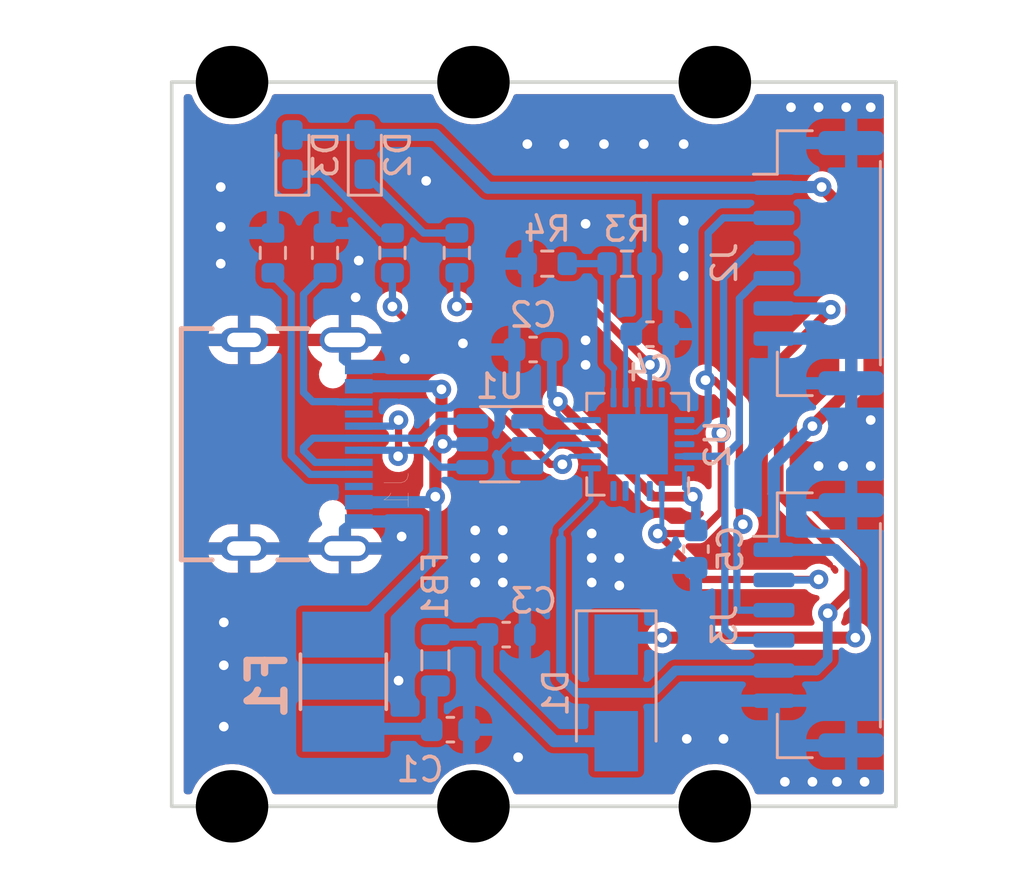
<source format=kicad_pcb>
(kicad_pcb (version 20210228) (generator pcbnew)
  (title_block (title "NAME") (date "%d. %m. %Y") (rev "REV") (company "Mlab www.mlab.cz") (comment 1 "VERSION") (comment 2 "Short description\\nTwo lines are maximum") (comment 3 "nickname <email@example.com>"))
  (layers (0 "F.Cu" signal) (31 "B.Cu" signal) (34 "B.Paste" user) (36 "B.SilkS" user "B.Silkscreen") (37 "F.SilkS" user "F.Silkscreen") (38 "B.Mask" user) (39 "F.Mask" user) (44 "Edge.Cuts" user))
  (net 0 "")
  (net 1 "GND")
  (net 2 "Net-(C1-Pad1)")
  (net 3 "Net-(C2-Pad1)")
  (net 4 "Net-(C3-Pad1)")
  (net 5 "/VBUS")
  (net 6 "Net-(J1-PadA5)")
  (net 7 "/D+")
  (net 8 "/D-")
  (net 10 "Net-(J1-PadB5)")
  (net 12 "/TXD")
  (net 13 "/RXD")
  (net 14 "/#RTS")
  (net 15 "/#CTS")
  (net 16 "/RXLED{slash}CBUS1")
  (net 17 "/TXLED{slash}CBUS2")
  (net 18 "/DM")
  (net 19 "/DP")
  (net 25 "Net-(R3-Pad2)")
  (net 26 "Net-(D3-Pad1)")
  (net 28 "+5V")
  (net 29 "Net-(D2-Pad1)")
  (footprint "Mlab_Mechanical:dira_3mm" (layer "F.Cu") (at 12.5 -30)
    (fp_text reference "M6" hide)
    (fp_text value "HOLE_TF" hide)
    (pad "" np_thru_hole circle locked (at 0 0) (size 3 3) (drill 3) (layers *.Mask))
  )
  (footprint "Mlab_Mechanical:dira_3mm" (layer "F.Cu") (at 22.5 0)
    (fp_text reference "M2" hide)
    (fp_text value "HOLE_TF" hide)
    (pad "" np_thru_hole circle locked (at 0 0) (size 3 3) (drill 3) (layers *.Mask))
  )
  (footprint "Mlab_Mechanical:dira_3mm" (layer "F.Cu") (at 2.5 0)
    (fp_text reference "M1" hide)
    (fp_text value "HOLE_TF" hide)
    (pad "" np_thru_hole circle locked (at 0 0) (size 3 3) (drill 3) (layers *.Mask))
  )
  (footprint "Mlab_Mechanical:dira_3mm" (layer "F.Cu") (at 22.5 -30)
    (fp_text reference "M5" hide)
    (fp_text value "HOLE_TF" hide)
    (pad "" np_thru_hole circle locked (at 0 0) (size 3 3) (drill 3) (layers *.Mask))
  )
  (footprint "Mlab_Mechanical:dira_3mm" (layer "F.Cu") (at 12.5 0)
    (fp_text reference "M4" hide)
    (fp_text value "HOLE_TF" hide)
    (pad "" np_thru_hole circle locked (at 0 0) (size 3 3) (drill 3) (layers *.Mask))
  )
  (footprint "Mlab_Mechanical:dira_3mm" (layer "F.Cu") (at 2.5 -30)
    (fp_text reference "M3" hide)
    (fp_text value "HOLE_TF" hide)
    (pad "" np_thru_hole circle locked (at 0 0) (size 3 3) (drill 3) (layers *.Mask))
  )
  (footprint "Diode_SMD:D_SMA" (layer "B.Cu") (at 18.415 -4.699 -90)
    (fp_text reference "D1" (at 0 2.5 90) (layer "B.SilkS") (effects (justify mirror)))
    (fp_text value "15MQ040N")
    (fp_line (start -3.4 -1.65) (end 2 -1.65) (layer "B.SilkS") (width 0.12))
    (fp_line (start -3.4 1.65) (end -3.4 -1.65) (layer "B.SilkS") (width 0.12))
    (fp_line (start -3.4 1.65) (end 2 1.65) (layer "B.SilkS") (width 0.12))
    (pad "1" smd rect locked (at -2 0 270) (size 2.5 1.8) (layers "B.Cu" "B.Paste" "B.Mask") (net 28 "+5V"))
    (pad "2" smd rect locked (at 2 0 270) (size 2.5 1.8) (layers "B.Cu" "B.Paste" "B.Mask") (net 4 "Net-(C3-Pad1)"))
  )
  (footprint "LED_SMD:LED_0603_1608Metric_Castellated" (layer "B.Cu") (at 5 -27 90)
    (fp_text reference "D3" (at 0 1.38 90) (layer "B.SilkS") (effects (justify mirror)))
    (fp_text value "GREEN")
    (fp_line (start -1.685 0.685) (end -1.685 -0.685) (layer "B.SilkS") (width 0.12))
    (fp_line (start 0.8 0.685) (end -1.685 0.685) (layer "B.SilkS") (width 0.12))
    (fp_line (start -1.685 -0.685) (end 0.8 -0.685) (layer "B.SilkS") (width 0.12))
    (pad "1" smd roundrect locked (at -0.8125 0 90) (size 1.225 0.85) (layers "B.Cu" "B.Paste" "B.Mask") (net 26 "Net-(D3-Pad1)"))
    (pad "2" smd roundrect locked (at 0.8125 0 90) (size 1.225 0.85) (layers "B.Cu" "B.Paste" "B.Mask") (net 28 "+5V"))
  )
  (footprint "Capacitor_SMD:C_0603_1608Metric" (layer "B.Cu") (at 21.717 -10.655 90)
    (fp_text reference "C5" (at 0 1.43 90) (layer "B.SilkS") (effects (justify mirror)))
    (fp_text value "100nF")
    (fp_line (start -0.14058 -0.51) (end 0.14058 -0.51) (layer "B.SilkS") (width 0.12))
    (fp_line (start -0.14058 0.51) (end 0.14058 0.51) (layer "B.SilkS") (width 0.12))
    (pad "1" smd roundrect locked (at -0.775 0 90) (size 0.9 0.95) (layers "B.Cu" "B.Paste" "B.Mask") (net 1 "GND"))
    (pad "2" smd roundrect locked (at 0.775 0 90) (size 0.9 0.95) (layers "B.Cu" "B.Paste" "B.Mask") (net 3 "Net-(C2-Pad1)"))
  )
  (footprint "Resistor_SMD:R_0603_1608Metric" (layer "B.Cu") (at 11.811 -22.924 -90)
    (fp_text reference "R5" hide)
    (fp_text value "270R")
    (fp_line (start -0.237258 -0.5225) (end 0.237258 -0.5225) (layer "B.SilkS") (width 0.12))
    (fp_line (start -0.237258 0.5225) (end 0.237258 0.5225) (layer "B.SilkS") (width 0.12))
    (pad "1" smd roundrect locked (at -0.825 0 270) (size 0.8 0.95) (layers "B.Cu" "B.Paste" "B.Mask") (net 29 "Net-(D2-Pad1)"))
    (pad "2" smd roundrect locked (at 0.825 0 270) (size 0.8 0.95) (layers "B.Cu" "B.Paste" "B.Mask") (net 16 "/RXLED{slash}CBUS1"))
  )
  (footprint "Resistor_SMD:R_0603_1608Metric" (layer "B.Cu") (at 9.144 -22.923 -90)
    (fp_text reference "R6" hide)
    (fp_text value "270R")
    (fp_line (start -0.237258 0.5225) (end 0.237258 0.5225) (layer "B.SilkS") (width 0.12))
    (fp_line (start -0.237258 -0.5225) (end 0.237258 -0.5225) (layer "B.SilkS") (width 0.12))
    (pad "1" smd roundrect locked (at -0.825 0 270) (size 0.8 0.95) (layers "B.Cu" "B.Paste" "B.Mask") (net 26 "Net-(D3-Pad1)"))
    (pad "2" smd roundrect locked (at 0.825 0 270) (size 0.8 0.95) (layers "B.Cu" "B.Paste" "B.Mask") (net 17 "/TXLED{slash}CBUS2"))
  )
  (footprint "Capacitor_SMD:C_0603_1608Metric" (layer "B.Cu") (at 14.973 -18.923 180)
    (fp_text reference "C2" (at 0 1.43) (layer "B.SilkS") (effects (justify mirror)))
    (fp_text value "100nF")
    (fp_line (start -0.14058 0.51) (end 0.14058 0.51) (layer "B.SilkS") (width 0.12))
    (fp_line (start -0.14058 -0.51) (end 0.14058 -0.51) (layer "B.SilkS") (width 0.12))
    (pad "1" smd roundrect locked (at -0.775 0 180) (size 0.9 0.95) (layers "B.Cu" "B.Paste" "B.Mask") (net 3 "Net-(C2-Pad1)"))
    (pad "2" smd roundrect locked (at 0.775 0 180) (size 0.9 0.95) (layers "B.Cu" "B.Paste" "B.Mask") (net 1 "GND"))
  )
  (footprint "Inductor_SMD:L_0805_2012Metric" (layer "B.Cu") (at 10.922 -6.0495 90)
    (fp_text reference "FB1" (at 3.0945 0 90) (layer "B.SilkS") (effects (justify mirror)))
    (fp_text value "BLM21PG300SN1D")
    (fp_line (start -0.399622 0.56) (end 0.399622 0.56) (layer "B.SilkS") (width 0.12))
    (fp_line (start -0.399622 -0.56) (end 0.399622 -0.56) (layer "B.SilkS") (width 0.12))
    (pad "1" smd roundrect locked (at -1.0625 0 90) (size 0.875 1.2) (layers "B.Cu" "B.Paste" "B.Mask") (net 2 "Net-(C1-Pad1)"))
    (pad "2" smd roundrect locked (at 1.0625 0 90) (size 0.875 1.2) (layers "B.Cu" "B.Paste" "B.Mask") (net 4 "Net-(C3-Pad1)"))
  )
  (footprint "Connector_JST:JST_GH_SM06B-GHS-TB_1x06-1MP_P1.25mm_Horizontal" (layer "B.Cu") (at 26.797 -22.5 -90)
    (fp_text reference "J2" (at 0 3.9 90) (layer "B.SilkS") (effects (justify mirror)))
    (fp_text value "SM06B-GHS-TB")
    (fp_line (start 5.485 0.26) (end 5.485 1.71) (layer "B.SilkS") (width 0.12))
    (fp_line (start 5.485 1.71) (end 3.685 1.71) (layer "B.SilkS") (width 0.12))
    (fp_line (start -5.485 1.71) (end -3.685 1.71) (layer "B.SilkS") (width 0.12))
    (fp_line (start -5.485 0.26) (end -5.485 1.71) (layer "B.SilkS") (width 0.12))
    (fp_line (start -4.215 -2.56) (end 4.215 -2.56) (layer "B.SilkS") (width 0.12))
    (fp_line (start -3.685 1.71) (end -3.685 2.7) (layer "B.SilkS") (width 0.12))
    (pad "1" smd roundrect locked (at -3.125 1.85 270) (size 0.6 1.7) (layers "B.Cu" "B.Paste" "B.Mask") (net 28 "+5V"))
    (pad "2" smd roundrect locked (at -1.875 1.85 270) (size 0.6 1.7) (layers "B.Cu" "B.Paste" "B.Mask") (net 12 "/TXD"))
    (pad "3" smd roundrect locked (at -0.625 1.85 270) (size 0.6 1.7) (layers "B.Cu" "B.Paste" "B.Mask") (net 13 "/RXD"))
    (pad "4" smd roundrect locked (at 0.625 1.85 270) (size 0.6 1.7) (layers "B.Cu" "B.Paste" "B.Mask") (net 14 "/#RTS"))
    (pad "5" smd roundrect locked (at 1.875 1.85 270) (size 0.6 1.7) (layers "B.Cu" "B.Paste" "B.Mask") (net 15 "/#CTS"))
    (pad "6" smd roundrect locked (at 3.125 1.85 270) (size 0.6 1.7) (layers "B.Cu" "B.Paste" "B.Mask") (net 1 "GND"))
    (pad "MP" smd roundrect locked (at -4.975 -1.35 270) (size 1 2.7) (layers "B.Cu" "B.Paste" "B.Mask") (net 1 "GND"))
    (pad "MP" smd roundrect locked (at 4.975 -1.35 270) (size 1 2.7) (layers "B.Cu" "B.Paste" "B.Mask") (net 1 "GND"))
  )
  (footprint "Package_DFN_QFN:QFN-20-1EP_4x4mm_P0.5mm_EP2.5x2.5mm" (layer "B.Cu") (at 19.304 -15 90)
    (fp_text reference "U2" (at 0 3.3 90) (layer "B.SilkS") (effects (justify mirror)))
    (fp_text value "FT231XQ")
    (fp_line (start 2.11 -2.11) (end 2.11 -1.385) (layer "B.SilkS") (width 0.12))
    (fp_line (start -1.385 -2.11) (end -2.11 -2.11) (layer "B.SilkS") (width 0.12))
    (fp_line (start 2.11 2.11) (end 2.11 1.385) (layer "B.SilkS") (width 0.12))
    (fp_line (start -1.385 2.11) (end -2.11 2.11) (layer "B.SilkS") (width 0.12))
    (fp_line (start 1.385 -2.11) (end 2.11 -2.11) (layer "B.SilkS") (width 0.12))
    (fp_line (start 1.385 2.11) (end 2.11 2.11) (layer "B.SilkS") (width 0.12))
    (fp_line (start -2.11 -2.11) (end -2.11 -1.385) (layer "B.SilkS") (width 0.12))
    (pad "1" smd roundrect locked (at -1.9375 1 90) (size 0.825 0.25) (layers "B.Cu" "B.Paste" "B.Mask") (net 13 "/RXD"))
    (pad "2" smd roundrect locked (at -1.9375 0.5 90) (size 0.825 0.25) (layers "B.Cu" "B.Paste" "B.Mask"))
    (pad "3" smd roundrect locked (at -1.9375 0 90) (size 0.825 0.25) (layers "B.Cu" "B.Paste" "B.Mask") (net 1 "GND"))
    (pad "4" smd roundrect locked (at -1.9375 -0.5 90) (size 0.825 0.25) (layers "B.Cu" "B.Paste" "B.Mask"))
    (pad "5" smd roundrect locked (at -1.9375 -1 90) (size 0.825 0.25) (layers "B.Cu" "B.Paste" "B.Mask"))
    (pad "6" smd roundrect locked (at -1 -1.9375 90) (size 0.25 0.825) (layers "B.Cu" "B.Paste" "B.Mask") (net 15 "/#CTS"))
    (pad "7" smd roundrect locked (at -0.5 -1.9375 90) (size 0.25 0.825) (layers "B.Cu" "B.Paste" "B.Mask") (net 17 "/TXLED{slash}CBUS2"))
    (pad "8" smd roundrect locked (at 0 -1.9375 90) (size 0.25 0.825) (layers "B.Cu" "B.Paste" "B.Mask") (net 19 "/DP"))
    (pad "9" smd roundrect locked (at 0.5 -1.9375 90) (size 0.25 0.825) (layers "B.Cu" "B.Paste" "B.Mask") (net 18 "/DM"))
    (pad "10" smd roundrect locked (at 1 -1.9375 90) (size 0.25 0.825) (layers "B.Cu" "B.Paste" "B.Mask") (net 3 "Net-(C2-Pad1)"))
    (pad "11" smd roundrect locked (at 1.9375 -1 90) (size 0.825 0.25) (layers "B.Cu" "B.Paste" "B.Mask") (net 25 "Net-(R3-Pad2)"))
    (pad "12" smd roundrect locked (at 1.9375 -0.5 90) (size 0.825 0.25) (layers "B.Cu" "B.Paste" "B.Mask") (net 28 "+5V"))
    (pad "13" smd roundrect locked (at 1.9375 0 90) (size 0.825 0.25) (layers "B.Cu" "B.Paste" "B.Mask") (net 1 "GND"))
    (pad "14" smd roundrect locked (at 1.9375 0.5 90) (size 0.825 0.25) (layers "B.Cu" "B.Paste" "B.Mask") (net 16 "/RXLED{slash}CBUS1"))
    (pad "15" smd roundrect locked (at 1.9375 1 90) (size 0.825 0.25) (layers "B.Cu" "B.Paste" "B.Mask"))
    (pad "16" smd roundrect locked (at 1 1.9375 90) (size 0.25 0.825) (layers "B.Cu" "B.Paste" "B.Mask"))
    (pad "17" smd roundrect locked (at 0.5 1.9375 90) (size 0.25 0.825) (layers "B.Cu" "B.Paste" "B.Mask") (net 12 "/TXD"))
    (pad "18" smd roundrect locked (at 0 1.9375 90) (size 0.25 0.825) (layers "B.Cu" "B.Paste" "B.Mask"))
    (pad "19" smd roundrect locked (at -0.5 1.9375 90) (size 0.25 0.825) (layers "B.Cu" "B.Paste" "B.Mask") (net 14 "/#RTS"))
    (pad "20" smd roundrect locked (at -1 1.9375 90) (size 0.25 0.825) (layers "B.Cu" "B.Paste" "B.Mask") (net 3 "Net-(C2-Pad1)"))
    (pad "21" smd rect locked (at 0 0 90) (size 2.5 2.5) (layers "B.Cu" "B.Mask") (net 1 "GND"))
  )
  (footprint "Resistor_SMD:R_0603_1608Metric" (layer "B.Cu") (at 6.35 -22.924 90)
    (fp_text reference "R2" hide)
    (fp_text value "5k1")
    (fp_line (start -0.237258 0.5225) (end 0.237258 0.5225) (layer "B.SilkS") (width 0.12))
    (fp_line (start -0.237258 -0.5225) (end 0.237258 -0.5225) (layer "B.SilkS") (width 0.12))
    (pad "1" smd roundrect locked (at -0.825 0 90) (size 0.8 0.95) (layers "B.Cu" "B.Paste" "B.Mask") (net 10 "Net-(J1-PadB5)"))
    (pad "2" smd roundrect locked (at 0.825 0 90) (size 0.8 0.95) (layers "B.Cu" "B.Paste" "B.Mask") (net 1 "GND"))
  )
  (footprint "Capacitor_SMD:C_0603_1608Metric" (layer "B.Cu") (at 11.544 -3.175)
    (fp_text reference "C1" (at -1.257 1.651) (layer "B.SilkS") (effects (justify mirror)))
    (fp_text value "10nF")
    (fp_line (start -0.14058 0.51) (end 0.14058 0.51) (layer "B.SilkS") (width 0.12))
    (fp_line (start -0.14058 -0.51) (end 0.14058 -0.51) (layer "B.SilkS") (width 0.12))
    (pad "1" smd roundrect locked (at -0.775 0) (size 0.9 0.95) (layers "B.Cu" "B.Paste" "B.Mask") (net 2 "Net-(C1-Pad1)"))
    (pad "2" smd roundrect locked (at 0.775 0) (size 0.9 0.95) (layers "B.Cu" "B.Paste" "B.Mask") (net 1 "GND"))
  )
  (footprint "Capacitor_SMD:C_0603_1608Metric" (layer "B.Cu") (at 13.856 -7.112)
    (fp_text reference "C3" (at 1.13 -1.397) (layer "B.SilkS") (effects (justify mirror)))
    (fp_text value "10uF")
    (fp_line (start -0.14058 0.51) (end 0.14058 0.51) (layer "B.SilkS") (width 0.12))
    (fp_line (start -0.14058 -0.51) (end 0.14058 -0.51) (layer "B.SilkS") (width 0.12))
    (pad "1" smd roundrect locked (at -0.775 0) (size 0.9 0.95) (layers "B.Cu" "B.Paste" "B.Mask") (net 4 "Net-(C3-Pad1)"))
    (pad "2" smd roundrect locked (at 0.775 0) (size 0.9 0.95) (layers "B.Cu" "B.Paste" "B.Mask") (net 1 "GND"))
  )
  (footprint "Mlab_F:1812" (layer "B.Cu") (at 7.112 -5.162 -90)
    (fp_text reference "F1" (at 0.13462 3.15468 -270) (layer "B.SilkS") (effects (font (size 1.524 1.524) (thickness 0.3048)) (justify mirror)))
    (fp_text value "Fuse" hide)
    (fp_line (start -1.143 -1.778) (end 1.143 -1.778) (layer "B.SilkS") (width 0.15))
    (fp_line (start -1.143 1.778) (end 1.143 1.778) (layer "B.SilkS") (width 0.15))
    (pad "1" smd rect locked (at -1.95 0 270) (size 1.9 3.4) (layers "B.Cu" "B.Paste" "B.Mask") (net 5 "/VBUS"))
    (pad "2" smd rect locked (at 1.95 0 270) (size 1.9 3.4) (layers "B.Cu" "B.Paste" "B.Mask") (net 2 "Net-(C1-Pad1)"))
  )
  (footprint "Mlab_CON:USBC GCT_USB4105-GF-A" (layer "B.Cu") (at 2.9972 -15 90)
    (fp_text reference "J1" (at -1.925 6.335 90) (layer "B.SilkS") (effects (font (thickness 0.015)) (justify mirror)))
    (fp_text value "USBC_USB4105-GF-A")
    (fp_line (start -4.79 -2.6) (end 4.79 -2.6) (layer "B.SilkS") (width 0.2))
    (fp_line (start 4.79 -2.6) (end 4.79 -1.32) (layer "B.SilkS") (width 0.2))
    (fp_line (start 4.79 2.65) (end 4.79 1.4) (layer "B.SilkS") (width 0.2))
    (fp_line (start -4.79 -1.32) (end -4.79 -2.6) (layer "B.SilkS") (width 0.2))
    (fp_line (start -4.79 2.65) (end -4.79 1.4) (layer "B.SilkS") (width 0.2))
    (pad "A1/B12" smd rect locked (at -3.2 4.755 90) (size 0.6 1.15) (layers "B.Cu" "B.Paste" "B.Mask") (net 1 "GND"))
    (pad "A4/B9" smd rect locked (at -2.4 4.755 90) (size 0.6 1.15) (layers "B.Cu" "B.Paste" "B.Mask") (net 5 "/VBUS"))
    (pad "A5" smd rect locked (at -1.25 4.755 90) (size 0.3 1.15) (layers "B.Cu" "B.Paste" "B.Mask") (net 6 "Net-(J1-PadA5)"))
    (pad "A6" smd rect locked (at -0.25 4.755 90) (size 0.3 1.15) (layers "B.Cu" "B.Paste" "B.Mask") (net 7 "/D+"))
    (pad "A7" smd rect locked (at 0.25 4.755 90) (size 0.3 1.15) (layers "B.Cu" "B.Paste" "B.Mask") (net 8 "/D-"))
    (pad "A8" smd rect locked (at 1.25 4.755 90) (size 0.3 1.15) (layers "B.Cu" "B.Paste" "B.Mask"))
    (pad "B1/A12" smd rect locked (at 3.2 4.755 90) (size 0.6 1.15) (layers "B.Cu" "B.Paste" "B.Mask") (net 1 "GND"))
    (pad "B4/A9" smd rect locked (at 2.4 4.755 90) (size 0.6 1.15) (layers "B.Cu" "B.Paste" "B.Mask") (net 5 "/VBUS"))
    (pad "B5" smd rect locked (at 1.75 4.755 90) (size 0.3 1.15) (layers "B.Cu" "B.Paste" "B.Mask") (net 10 "Net-(J1-PadB5)"))
    (pad "B6" smd rect locked (at 0.75 4.755 90) (size 0.3 1.15) (layers "B.Cu" "B.Paste" "B.Mask") (net 7 "/D+"))
    (pad "B7" smd rect locked (at -0.75 4.755 90) (size 0.3 1.15) (layers "B.Cu" "B.Paste" "B.Mask") (net 8 "/D-"))
    (pad "B8" smd rect locked (at -1.75 4.755 90) (size 0.3 1.15) (layers "B.Cu" "B.Paste" "B.Mask"))
    (pad "G1" thru_hole oval locked (at -4.32 0 90) (size 1 2) (drill oval 0.6 1.4) (layers *.Cu *.Mask) (net 1 "GND"))
    (pad "G2" thru_hole oval locked (at 4.32 0 90) (size 1 2) (drill oval 0.6 1.4) (layers *.Cu *.Mask) (net 1 "GND"))
    (pad "G3" thru_hole oval locked (at -4.32 4.18 90) (size 1.05 2.1) (drill oval 0.6 1.7) (layers *.Cu *.Mask) (net 1 "GND"))
    (pad "G4" thru_hole oval locked (at 4.32 4.18 90) (size 1.05 2.1) (drill oval 0.6 1.7) (layers *.Cu *.Mask) (net 1 "GND"))
    (pad "None" np_thru_hole circle locked (at 2.89 3.68 90) (size 0.65 0.65) (drill 0.65) (layers *.Cu *.Mask))
    (pad "None" np_thru_hole circle locked (at -2.89 3.68 90) (size 0.65 0.65) (drill 0.65) (layers *.Cu *.Mask))
  )
  (footprint "Package_TO_SOT_SMD:SOT-23-6" (layer "B.Cu") (at 13.589 -15 180)
    (fp_text reference "U1" (at 0 2.4) (layer "B.SilkS") (effects (justify mirror)))
    (fp_text value "USBLC6-2SC6")
    (fp_line (start 0 1.56) (end 0.8 1.56) (layer "B.SilkS") (width 0.12))
    (fp_line (start 0 -1.56) (end 0.8 -1.56) (layer "B.SilkS") (width 0.12))
    (fp_line (start 0 -1.56) (end -0.8 -1.56) (layer "B.SilkS") (width 0.12))
    (fp_line (start 0 1.56) (end -1.8 1.56) (layer "B.SilkS") (width 0.12))
    (pad "1" smd roundrect locked (at -1.1375 0.95 180) (size 1.325 0.6) (layers "B.Cu" "B.Paste" "B.Mask") (net 18 "/DM"))
    (pad "2" smd roundrect locked (at -1.1375 0 180) (size 1.325 0.6) (layers "B.Cu" "B.Paste" "B.Mask") (net 1 "GND"))
    (pad "3" smd roundrect locked (at -1.1375 -0.95 180) (size 1.325 0.6) (layers "B.Cu" "B.Paste" "B.Mask") (net 19 "/DP"))
    (pad "4" smd roundrect locked (at 1.1375 -0.95 180) (size 1.325 0.6) (layers "B.Cu" "B.Paste" "B.Mask") (net 7 "/D+"))
    (pad "5" smd roundrect locked (at 1.1375 0 180) (size 1.325 0.6) (layers "B.Cu" "B.Paste" "B.Mask") (net 5 "/VBUS"))
    (pad "6" smd roundrect locked (at 1.1375 0.95 180) (size 1.325 0.6) (layers "B.Cu" "B.Paste" "B.Mask") (net 8 "/D-"))
  )
  (footprint "Resistor_SMD:R_0603_1608Metric" (layer "B.Cu") (at 4.191 -22.924 90)
    (fp_text reference "R1" hide)
    (fp_text value "5k1")
    (fp_line (start -0.237258 -0.5225) (end 0.237258 -0.5225) (layer "B.SilkS") (width 0.12))
    (fp_line (start -0.237258 0.5225) (end 0.237258 0.5225) (layer "B.SilkS") (width 0.12))
    (pad "1" smd roundrect locked (at -0.825 0 90) (size 0.8 0.95) (layers "B.Cu" "B.Paste" "B.Mask") (net 6 "Net-(J1-PadA5)"))
    (pad "2" smd roundrect locked (at 0.825 0 90) (size 0.8 0.95) (layers "B.Cu" "B.Paste" "B.Mask") (net 1 "GND"))
  )
  (footprint "Capacitor_SMD:C_0603_1608Metric" (layer "B.Cu") (at 19.812 -19.558)
    (fp_text reference "C4" (at 0 1.43) (layer "B.SilkS") (effects (justify mirror)))
    (fp_text value "100nF")
    (fp_line (start -0.14058 -0.51) (end 0.14058 -0.51) (layer "B.SilkS") (width 0.12))
    (fp_line (start -0.14058 0.51) (end 0.14058 0.51) (layer "B.SilkS") (width 0.12))
    (pad "1" smd roundrect locked (at -0.775 0) (size 0.9 0.95) (layers "B.Cu" "B.Paste" "B.Mask") (net 28 "+5V"))
    (pad "2" smd roundrect locked (at 0.775 0) (size 0.9 0.95) (layers "B.Cu" "B.Paste" "B.Mask") (net 1 "GND"))
  )
  (footprint "Resistor_SMD:R_0603_1608Metric" (layer "B.Cu") (at 18.86 -22.479 180)
    (fp_text reference "R3" (at 0 1.43) (layer "B.SilkS") (effects (justify mirror)))
    (fp_text value "4k7")
    (fp_line (start -0.237258 -0.5225) (end 0.237258 -0.5225) (layer "B.SilkS") (width 0.12))
    (fp_line (start -0.237258 0.5225) (end 0.237258 0.5225) (layer "B.SilkS") (width 0.12))
    (pad "1" smd roundrect locked (at -0.825 0 180) (size 0.8 0.95) (layers "B.Cu" "B.Paste" "B.Mask") (net 28 "+5V"))
    (pad "2" smd roundrect locked (at 0.825 0 180) (size 0.8 0.95) (layers "B.Cu" "B.Paste" "B.Mask") (net 25 "Net-(R3-Pad2)"))
  )
  (footprint "LED_SMD:LED_0603_1608Metric_Castellated" (layer "B.Cu") (at 8 -27 90)
    (fp_text reference "D2" (at 0 1.38 90) (layer "B.SilkS") (effects (justify mirror)))
    (fp_text value "RED")
    (fp_line (start -1.685 0.685) (end -1.685 -0.685) (layer "B.SilkS") (width 0.12))
    (fp_line (start 0.8 0.685) (end -1.685 0.685) (layer "B.SilkS") (width 0.12))
    (fp_line (start -1.685 -0.685) (end 0.8 -0.685) (layer "B.SilkS") (width 0.12))
    (pad "1" smd roundrect locked (at -0.8125 0 90) (size 1.225 0.85) (layers "B.Cu" "B.Paste" "B.Mask") (net 29 "Net-(D2-Pad1)"))
    (pad "2" smd roundrect locked (at 0.8125 0 90) (size 1.225 0.85) (layers "B.Cu" "B.Paste" "B.Mask") (net 28 "+5V"))
  )
  (footprint "Connector_JST:JST_GH_SM06B-GHS-TB_1x06-1MP_P1.25mm_Horizontal" (layer "B.Cu") (at 26.797 -7.5 -90)
    (fp_text reference "J3" (at 0 3.9 90) (layer "B.SilkS") (effects (justify mirror)))
    (fp_text value "SM06B-GHS-TB")
    (fp_line (start 5.485 0.26) (end 5.485 1.71) (layer "B.SilkS") (width 0.12))
    (fp_line (start -5.485 0.26) (end -5.485 1.71) (layer "B.SilkS") (width 0.12))
    (fp_line (start -4.215 -2.56) (end 4.215 -2.56) (layer "B.SilkS") (width 0.12))
    (fp_line (start -5.485 1.71) (end -3.685 1.71) (layer "B.SilkS") (width 0.12))
    (fp_line (start -3.685 1.71) (end -3.685 2.7) (layer "B.SilkS") (width 0.12))
    (fp_line (start 5.485 1.71) (end 3.685 1.71) (layer "B.SilkS") (width 0.12))
    (pad "1" smd roundrect locked (at -3.125 1.85 270) (size 0.6 1.7) (layers "B.Cu" "B.Paste" "B.Mask") (net 28 "+5V"))
    (pad "2" smd roundrect locked (at -1.875 1.85 270) (size 0.6 1.7) (layers "B.Cu" "B.Paste" "B.Mask") (net 13 "/RXD"))
    (pad "3" smd roundrect locked (at -0.625 1.85 270) (size 0.6 1.7) (layers "B.Cu" "B.Paste" "B.Mask") (net 12 "/TXD"))
    (pad "4" smd roundrect locked (at 0.625 1.85 270) (size 0.6 1.7) (layers "B.Cu" "B.Paste" "B.Mask") (net 14 "/#RTS"))
    (pad "5" smd roundrect locked (at 1.875 1.85 270) (size 0.6 1.7) (layers "B.Cu" "B.Paste" "B.Mask") (net 15 "/#CTS"))
    (pad "6" smd roundrect locked (at 3.125 1.85 270) (size 0.6 1.7) (layers "B.Cu" "B.Paste" "B.Mask") (net 1 "GND"))
    (pad "MP" smd roundrect locked (at -4.975 -1.35 270) (size 1 2.7) (layers "B.Cu" "B.Paste" "B.Mask") (net 1 "GND"))
    (pad "MP" smd roundrect locked (at 4.975 -1.35 270) (size 1 2.7) (layers "B.Cu" "B.Paste" "B.Mask") (net 1 "GND"))
  )
  (footprint "Resistor_SMD:R_0603_1608Metric" (layer "B.Cu") (at 15.558 -22.479 180)
    (fp_text reference "R4" (at 0 1.43) (layer "B.SilkS") (effects (justify mirror)))
    (fp_text value "10k")
    (fp_line (start -0.237258 0.5225) (end 0.237258 0.5225) (layer "B.SilkS") (width 0.12))
    (fp_line (start -0.237258 -0.5225) (end 0.237258 -0.5225) (layer "B.SilkS") (width 0.12))
    (pad "1" smd roundrect locked (at -0.825 0 180) (size 0.8 0.95) (layers "B.Cu" "B.Paste" "B.Mask") (net 25 "Net-(R3-Pad2)"))
    (pad "2" smd roundrect locked (at 0.825 0 180) (size 0.8 0.95) (layers "B.Cu" "B.Paste" "B.Mask") (net 1 "GND"))
  )
  (gr_line (start 0 -30) (end 0 0) (layer "Edge.Cuts") (width 0.15))
  (gr_line (start 30 0) (end 30 -30) (layer "Edge.Cuts") (width 0.15))
  (gr_line (start 0 0) (end 30 0) (layer "Edge.Cuts") (width 0.15))
  (gr_line (start 30 -30) (end 0 -30) (layer "Edge.Cuts") (width 0.15))
  (via (at 12.573 -11.43) (size 0.8) (drill 0.4) (layers "F.Cu" "B.Cu") (net 1))
  (via (at 16.256 -27.432) (size 0.8) (drill 0.4) (layers "F.Cu" "B.Cu") (net 1))
  (via (at 26.797 -28.956) (size 0.8) (drill 0.4) (layers "F.Cu" "B.Cu") (net 1))
  (via (at 2.032 -25.654) (size 0.8) (drill 0.4) (layers "F.Cu" "B.Cu") (net 1))
  (via (at 13.716 -10.287) (size 0.8) (drill 0.4) (layers "F.Cu" "B.Cu") (net 1))
  (via (at 12.573 -9.271) (size 0.8) (drill 0.4) (layers "F.Cu" "B.Cu") (net 1))
  (via (at 27.813 -14.097) (size 0.8) (drill 0.4) (layers "F.Cu" "B.Cu") (net 1))
  (via (at 22.86 -2.794) (size 0.8) (drill 0.4) (layers "F.Cu" "B.Cu") (net 1))
  (via (at 7.62 -21.082) (size 0.8) (drill 0.4) (layers "F.Cu" "B.Cu") (net 1))
  (via (at 19.558 -27.432) (size 0.8) (drill 0.4) (layers "F.Cu" "B.Cu") (net 1))
  (via (at 27.559 -1.016) (size 0.8) (drill 0.4) (layers "F.Cu" "B.Cu") (net 1))
  (via (at 27.94 -28.956) (size 0.8) (drill 0.4) (layers "F.Cu" "B.Cu") (net 1))
  (via (at 17.399 -9.271) (size 0.8) (drill 0.4) (layers "F.Cu" "B.Cu") (net 1))
  (via (at 13.716 -11.43) (size 0.8) (drill 0.4) (layers "F.Cu" "B.Cu") (net 1))
  (via (at 2.159 -3.302) (size 0.8) (drill 0.4) (layers "F.Cu" "B.Cu") (net 1))
  (via (at 17.399 -11.303) (size 0.8) (drill 0.4) (layers "F.Cu" "B.Cu") (net 1))
  (via (at 28.956 -28.956) (size 0.8) (drill 0.4) (layers "F.Cu" "B.Cu") (net 1))
  (via (at 2.159 -7.62) (size 0.8) (drill 0.4) (layers "F.Cu" "B.Cu") (net 1))
  (via (at 26.797 -14.097) (size 0.8) (drill 0.4) (layers "F.Cu" "B.Cu") (net 1))
  (via (at 9.652 -18.542) (size 0.8) (drill 0.4) (layers "F.Cu" "B.Cu") (net 1))
  (via (at 2.032 -22.479) (size 0.8) (drill 0.4) (layers "F.Cu" "B.Cu") (net 1))
  (via (at 12.573 -10.287) (size 0.8) (drill 0.4) (layers "F.Cu" "B.Cu") (net 1))
  (via (at 12.065 -19.177) (size 0.8) (drill 0.4) (layers "F.Cu" "B.Cu") (net 1))
  (via (at 28.956 -14.097) (size 0.8) (drill 0.4) (layers "F.Cu" "B.Cu") (net 1))
  (via (at 21.209 -27.432) (size 0.8) (drill 0.4) (layers "F.Cu" "B.Cu") (net 1))
  (via (at 21.336 -2.794) (size 0.8) (drill 0.4) (layers "F.Cu" "B.Cu") (net 1))
  (via (at 9.525 -11.176) (size 0.8) (drill 0.4) (layers "F.Cu" "B.Cu") (net 1))
  (via (at 17.399 -10.287) (size 0.8) (drill 0.4) (layers "F.Cu" "B.Cu") (net 1))
  (via (at 10.541 -25.908) (size 0.8) (drill 0.4) (layers "F.Cu" "B.Cu") (net 1))
  (via (at 21.209 -23.114) (size 0.8) (drill 0.4) (layers "F.Cu" "B.Cu") (net 1))
  (via (at 28.956 -16.002) (size 0.8) (drill 0.4) (layers "F.Cu" "B.Cu") (net 1))
  (via (at 21.209 -21.971) (size 0.8) (drill 0.4) (layers "F.Cu" "B.Cu") (net 1))
  (via (at 21.209 -24.257) (size 0.8) (drill 0.4) (layers "F.Cu" "B.Cu") (net 1))
  (via (at 25.4 -1.016) (size 0.8) (drill 0.4) (layers "F.Cu" "B.Cu") (net 1))
  (via (at 9.398 -5.207) (size 0.8) (drill 0.4) (layers "F.Cu" "B.Cu") (net 1))
  (via (at 17.907 -27.432) (size 0.8) (drill 0.4) (layers "F.Cu" "B.Cu") (net 1))
  (via (at 2.159 -5.842) (size 0.8) (drill 0.4) (layers "F.Cu" "B.Cu") (net 1))
  (via (at 18.542 -9.144) (size 0.8) (drill 0.4) (layers "F.Cu" "B.Cu") (net 1))
  (via (at 14.351 -2.032) (size 0.8) (drill 0.4) (layers "F.Cu" "B.Cu") (net 1))
  (via (at 13.716 -9.271) (size 0.8) (drill 0.4) (layers "F.Cu" "B.Cu") (net 1))
  (via (at 2.032 -24.003) (size 0.8) (drill 0.4) (layers "F.Cu" "B.Cu") (net 1))
  (via (at 17.145 -19.304) (size 0.8) (drill 0.4) (layers "F.Cu" "B.Cu") (net 1))
  (via (at 17.145 -24.13) (size 0.8) (drill 0.4) (layers "F.Cu" "B.Cu") (net 1))
  (via (at 14.732 -27.432) (size 0.8) (drill 0.4) (layers "F.Cu" "B.Cu") (net 1))
  (via (at 26.543 -1.016) (size 0.8) (drill 0.4) (layers "F.Cu" "B.Cu") (net 1))
  (via (at 25.654 -28.956) (size 0.8) (drill 0.4) (layers "F.Cu" "B.Cu") (net 1))
  (via (at 18.542 -10.287) (size 0.8) (drill 0.4) (layers "F.Cu" "B.Cu") (net 1))
  (via (at 28.702 -1.016) (size 0.8) (drill 0.4) (layers "F.Cu" "B.Cu") (net 1))
  (via (at 7.747 -22.606) (size 0.8) (drill 0.4) (layers "F.Cu" "B.Cu") (net 1))
  (via (at 17.145 -18.288) (size 0.8) (drill 0.4) (layers "F.Cu" "B.Cu") (net 1))
  (segment (start 13.984 -15) (end 13.589 -14.605) (width 0.2) (layer "B.Cu") (net 1))
  (segment (start 19.304 -11.938) (end 18.669 -11.303) (width 0.2) (layer "B.Cu") (net 1))
  (segment (start 19.304 -13.0625) (end 19.304 -15) (width 0.2) (layer "B.Cu") (net 1))
  (segment (start 18.669 -11.303) (end 17.399 -11.303) (width 0.2) (layer "B.Cu") (net 1))
  (segment (start 13.589 -14.605) (end 13.589 -11.557) (width 0.2) (layer "B.Cu") (net 1))
  (segment (start 13.589 -11.557) (end 13.716 -11.43) (width 0.2) (layer "B.Cu") (net 1))
  (segment (start 19.304 -15) (end 19.304 -16.9375) (width 0.2) (layer "B.Cu") (net 1))
  (segment (start 19.304 -16.764) (end 19.304 -16.9375) (width 0.2) (layer "B.Cu") (net 1))
  (segment (start 19.304 -13.0625) (end 19.304 -11.938) (width 0.2) (layer "B.Cu") (net 1))
  (segment (start 14.7265 -15) (end 13.984 -15) (width 0.2) (layer "B.Cu") (net 1))
  (segment (start 10.769 -3.175) (end 10.769 -4.834) (width 0.5) (layer "B.Cu") (net 2))
  (segment (start 7.112 -3.212) (end 10.732 -3.212) (width 0.5) (layer "B.Cu") (net 2))
  (segment (start 10.769 -4.834) (end 10.922 -4.987) (width 0.5) (layer "B.Cu") (net 2))
  (segment (start 10.732 -3.212) (end 10.769 -3.175) (width 0.5) (layer "B.Cu") (net 2))
  (segment (start 19.939 -12.827) (end 21.59 -12.827) (width 0.4) (layer "F.Cu") (net 3))
  (segment (start 16.002 -16.764) (end 19.939 -12.827) (width 0.4) (layer "F.Cu") (net 3))
  (via (at 16.002 -16.764) (size 0.8) (drill 0.4) (layers "F.Cu" "B.Cu") (net 3))
  (via (at 21.59 -12.827) (size 0.8) (drill 0.4) (layers "F.Cu" "B.Cu") (net 3))
  (segment (start 21.2415 -13.1755) (end 21.59 -12.827) (width 0.2) (layer "B.Cu") (net 3))
  (segment (start 15.748 -18.923) (end 15.748 -17.018) (width 0.4) (layer "B.Cu") (net 3))
  (segment (start 15.748 -17.018) (end 16.002 -16.764) (width 0.4) (layer "B.Cu") (net 3))
  (segment (start 21.717 -11.43) (end 21.717 -12.7) (width 0.4) (layer "B.Cu") (net 3))
  (segment (start 16.002 -16.256) (end 16.002 -16.764) (width 0.2) (layer "B.Cu") (net 3))
  (segment (start 21.717 -12.7) (end 21.59 -12.827) (width 0.4) (layer "B.Cu") (net 3))
  (segment (start 21.2415 -14) (end 21.2415 -13.1755) (width 0.2) (layer "B.Cu") (net 3))
  (segment (start 16.258 -16) (end 16.002 -16.256) (width 0.2) (layer "B.Cu") (net 3))
  (segment (start 17.3665 -16) (end 16.258 -16) (width 0.2) (layer "B.Cu") (net 3))
  (segment (start 13.081 -5.461) (end 13.081 -7.112) (width 0.5) (layer "B.Cu") (net 4))
  (segment (start 15.843 -2.699) (end 13.081 -5.461) (width 0.5) (layer "B.Cu") (net 4))
  (segment (start 18.415 -2.699) (end 15.843 -2.699) (width 0.5) (layer "B.Cu") (net 4))
  (segment (start 10.922 -7.112) (end 13.081 -7.112) (width 0.5) (layer "B.Cu") (net 4))
  (segment (start 10.922 -12.827) (end 10.922 -14.708046) (width 0.5) (layer "F.Cu") (net 5))
  (segment (start 11.176 -17.272) (end 11.176 -15.065954) (width 0.5) (layer "F.Cu") (net 5))
  (segment (start 10.922 -14.708046) (end 11.227954 -15.014) (width 0.5) (layer "F.Cu") (net 5))
  (segment (start 11.176 -15.065954) (end 11.227954 -15.014) (width 0.5) (layer "F.Cu") (net 5))
  (via (at 10.922 -12.827) (size 0.8) (drill 0.4) (layers "F.Cu" "B.Cu") (net 5))
  (via (at 11.227954 -15.014) (size 0.8) (drill 0.4) (layers "F.Cu" "B.Cu") (net 5))
  (via (at 11.176 -17.272) (size 0.8) (drill 0.4) (layers "F.Cu" "B.Cu") (net 5))
  (segment (start 8.1418 -7.1374) (end 8.1418 -7.6338) (width 0.5) (layer "B.Cu") (net 5))
  (segment (start 10.695 -12.6) (end 10.922 -12.827) (width 0.5) (layer "B.Cu") (net 5))
  (segment (start 12.4515 -15) (end 11.241954 -15) (width 0.3) (layer "B.Cu") (net 5))
  (segment (start 8.1418 -7.6338) (end 10.922 -10.414) (width 0.5) (layer "B.Cu") (net 5))
  (segment (start 11.241954 -15) (end 11.227954 -15.014) (width 0.3) (layer "B.Cu") (net 5))
  (segment (start 7.7522 -12.6) (end 10.695 -12.6) (width 0.5) (layer "B.Cu") (net 5))
  (segment (start 7.7522 -17.4) (end 11.048 -17.4) (width 0.5) (layer "B.Cu") (net 5))
  (segment (start 10.922 -10.414) (end 10.922 -12.827) (width 0.5) (layer "B.Cu") (net 5))
  (segment (start 11.048 -17.4) (end 11.176 -17.272) (width 0.5) (layer "B.Cu") (net 5))
  (segment (start 4.953 -21.209) (end 4.953 -14.533572) (width 0.3) (layer "B.Cu") (net 6))
  (segment (start 4.191 -21.971) (end 4.953 -21.209) (width 0.3) (layer "B.Cu") (net 6))
  (segment (start 4.191 -22.099) (end 4.191 -21.971) (width 0.3) (layer "B.Cu") (net 6))
  (segment (start 4.34672 -21.94328) (end 4.191 -22.099) (width 0.3) (layer "B.Cu") (net 6))
  (segment (start 4.953 -14.533572) (end 5.736572 -13.75) (width 0.3) (layer "B.Cu") (net 6))
  (segment (start 5.736572 -13.75) (end 7.7522 -13.75) (width 0.3) (layer "B.Cu") (net 6))
  (segment (start 9.398 -15.9995) (end 9.398 -14.5185) (width 0.3) (layer "F.Cu") (net 7))
  (segment (start 9.398 -14.5185) (end 9.38 -14.5005) (width 0.3) (layer "F.Cu") (net 7))
  (via (at 9.398 -15.9995) (size 0.8) (drill 0.4) (layers "F.Cu" "B.Cu") (net 7))
  (via (at 9.38 -14.5005) (size 0.8) (drill 0.4) (layers "F.Cu" "B.Cu") (net 7))
  (segment (start 7.7522 -15.75) (end 9.1485 -15.75) (width 0.3) (layer "B.Cu") (net 7))
  (segment (start 7.7522 -14.75) (end 9.416 -14.75) (width 0.3) (layer "B.Cu") (net 7))
  (segment (start 12.4515 -14.05) (end 11.132 -14.05) (width 0.3) (layer "B.Cu") (net 7))
  (segment (start 9.38 -14.5005) (end 9.38 -14.714) (width 0.3) (layer "B.Cu") (net 7))
  (segment (start 9.416 -14.75) (end 10.432 -14.75) (width 0.3) (layer "B.Cu") (net 7))
  (segment (start 11.132 -14.05) (end 10.432 -14.75) (width 0.3) (layer "B.Cu") (net 7))
  (segment (start 9.38 -14.714) (end 9.416 -14.75) (width 0.3) (layer "B.Cu") (net 7))
  (segment (start 9.1485 -15.75) (end 9.398 -15.9995) (width 0.3) (layer "B.Cu") (net 7))
  (segment (start 11.999 -15.809) (end 12.4515 -15.809) (width 0.3) (layer "B.Cu") (net 8))
  (segment (start 5.943 -14.25) (end 5.461 -14.732) (width 0.3) (layer "B.Cu") (net 8))
  (segment (start 5.852 -15.25) (end 5.461 -14.859) (width 0.3) (layer "B.Cu") (net 8))
  (segment (start 11.104 -15.95) (end 10.404 -15.25) (width 0.3) (layer "B.Cu") (net 8))
  (segment (start 12.4515 -15.95) (end 11.104 -15.95) (width 0.3) (layer "B.Cu") (net 8))
  (segment (start 5.461 -14.732) (end 5.461 -14.859) (width 0.3) (layer "B.Cu") (net 8))
  (segment (start 7.7522 -15.25) (end 10.404 -15.25) (width 0.3) (layer "B.Cu") (net 8))
  (segment (start 7.7522 -15.25) (end 5.852 -15.25) (width 0.3) (layer "B.Cu") (net 8))
  (segment (start 7.7522 -14.25) (end 5.943 -14.25) (width 0.3) (layer "B.Cu") (net 8))
  (segment (start 5.461 -17.145) (end 5.842 -16.764) (width 0.3) (layer "B.Cu") (net 10))
  (segment (start 7.7522 -16.75) (end 6.8772 -16.75) (width 0.3) (layer "B.Cu") (net 10))
  (segment (start 6.8632 -16.764) (end 5.842 -16.764) (width 0.3) (layer "B.Cu") (net 10))
  (segment (start 5.461 -21.21) (end 5.461 -17.145) (width 0.3) (layer "B.Cu") (net 10))
  (segment (start 6.8772 -16.75) (end 6.8632 -16.764) (width 0.3) (layer "B.Cu") (net 10))
  (segment (start 6.35 -22.099) (end 5.461 -21.21) (width 0.3) (layer "B.Cu") (net 10))
  (segment (start 22.479 -17.653) (end 23.495 -16.637) (width 0.3) (layer "F.Cu") (net 12))
  (segment (start 23.515424 -11.830834) (end 23.662258 -11.684) (width 0.3) (layer "F.Cu") (net 12))
  (segment (start 23.495 -16.637) (end 23.515424 -16.616576) (width 0.3) (layer "F.Cu") (net 12))
  (segment (start 22.1105 -17.653) (end 22.479 -17.653) (width 0.3) (layer "F.Cu") (net 12))
  (segment (start 23.515424 -16.616576) (end 23.515424 -11.830834) (width 0.3) (layer "F.Cu") (net 12))
  (via (at 22.1105 -17.653) (size 0.8) (drill 0.4) (layers "F.Cu" "B.Cu") (net 12))
  (via (at 23.662258 -11.684) (size 0.8) (drill 0.4) (layers "F.Cu" "B.Cu") (net 12))
  (segment (start 22.225 -17.145) (end 22.225 -17.5385) (width 0.3) (layer "B.Cu") (net 12))
  (segment (start 23.412278 -11.43402) (end 23.662258 -11.684) (width 0.3) (layer "B.Cu") (net 12))
  (segment (start 22.225 -15.981242) (end 22.225 -17.145) (width 0.3) (layer "B.Cu") (net 12))
  (segment (start 22.225 -23.749) (end 22.851 -24.375) (width 0.3) (layer "B.Cu") (net 12))
  (segment (start 22.225 -17.5385) (end 22.1105 -17.653) (width 0.3) (layer "B.Cu") (net 12))
  (segment (start 23.498 -8.125) (end 23.412278 -8.210722) (width 0.3) (layer "B.Cu") (net 12))
  (segment (start 22.225 -17.145) (end 22.225 -23.749) (width 0.3) (layer "B.Cu") (net 12))
  (segment (start 21.743758 -15.5) (end 22.225 -15.981242) (width 0.2) (layer "B.Cu") (net 12))
  (segment (start 23.412278 -8.210722) (end 23.412278 -11.43402) (width 0.3) (layer "B.Cu") (net 12))
  (segment (start 24.947 -8.125) (end 23.498 -8.125) (width 0.3) (layer "B.Cu") (net 12))
  (segment (start 21.2415 -15.5) (end 21.743758 -15.5) (width 0.2) (layer "B.Cu") (net 12))
  (segment (start 22.851 -24.375) (end 24.947 -24.375) (width 0.3) (layer "B.Cu") (net 12))
  (segment (start 22.03454 -9.398) (end 20.1345 -11.29804) (width 0.3) (layer "F.Cu") (net 13))
  (segment (start 22.765913 -15.462432) (end 22.765913 -12.224913) (width 0.3) (layer "F.Cu") (net 13))
  (segment (start 21.83904 -11.29804) (end 20.1345 -11.29804) (width 0.3) (layer "F.Cu") (net 13))
  (segment (start 26.797 -9.398) (end 22.03454 -9.398) (width 0.3) (layer "F.Cu") (net 13))
  (segment (start 22.765913 -12.224913) (end 21.83904 -11.29804) (width 0.3) (layer "F.Cu") (net 13))
  (via (at 26.797 -9.398) (size 0.8) (drill 0.4) (layers "F.Cu" "B.Cu") (net 13))
  (via (at 22.765913 -15.462432) (size 0.8) (drill 0.4) (layers "F.Cu" "B.Cu") (net 13))
  (via (at 20.1345 -11.29804) (size 0.8) (drill 0.4) (layers "F.Cu" "B.Cu") (net 13))
  (segment (start 24.947 -9.375) (end 26.774 -9.375) (width 0.3) (layer "B.Cu") (net 13))
  (segment (start 20.304 -11.46754) (end 20.1345 -11.29804) (width 0.2) (layer "B.Cu") (net 13))
  (segment (start 22.86 -16.129) (end 22.86 -15.556519) (width 0.3) (layer "B.Cu") (net 13))
  (segment (start 20.304 -13.0625) (end 20.304 -11.46754) (width 0.2) (layer "B.Cu") (net 13))
  (segment (start 26.774 -9.375) (end 26.797 -9.398) (width 0.3) (layer "B.Cu") (net 13))
  (segment (start 24.097 -23.125) (end 22.86 -21.888) (width 0.3) (layer "B.Cu") (net 13))
  (segment (start 24.947 -23.125) (end 24.097 -23.125) (width 0.3) (layer "B.Cu") (net 13))
  (segment (start 22.86 -15.556519) (end 22.765913 -15.462432) (width 0.3) (layer "B.Cu") (net 13))
  (segment (start 22.86 -21.888) (end 22.86 -16.129) (width 0.3) (layer "B.Cu") (net 13))
  (segment (start 23.515424 -15.102666) (end 23.515424 -21.040424) (width 0.3) (layer "B.Cu") (net 14))
  (segment (start 23.319879 -14.907121) (end 23.515424 -15.102666) (width 0.3) (layer "B.Cu") (net 14))
  (segment (start 22.912758 -14.5) (end 21.2415 -14.5) (width 0.3) (layer "B.Cu") (net 14))
  (segment (start 22.912758 -14.5) (end 22.501 -14.5) (width 0.3) (layer "B.Cu") (net 14))
  (segment (start 23.351 -6.875) (end 22.912758 -7.313242) (width 0.3) (layer "B.Cu") (net 14))
  (segment (start 24.947 -6.875) (end 23.351 -6.875) (width 0.3) (layer "B.Cu") (net 14))
  (segment (start 22.912758 -14.5) (end 23.319879 -14.907121) (width 0.3) (layer "B.Cu") (net 14))
  (segment (start 23.515424 -21.040424) (end 23.78 -21.305) (width 0.3) (layer "B.Cu") (net 14))
  (segment (start 24.35 -21.875) (end 23.78 -21.305) (width 0.3) (layer "B.Cu") (net 14))
  (segment (start 24.947 -21.875) (end 24.35 -21.875) (width 0.3) (layer "B.Cu") (net 14))
  (segment (start 22.912758 -14.5) (end 22.912758 -7.313242) (width 0.3) (layer "B.Cu") (net 14))
  (segment (start 23.78 -21.305) (end 23.653 -21.178) (width 0.3) (layer "B.Cu") (net 14))
  (segment (start 28.067 -8.89) (end 28.067 -10.033) (width 0.4) (layer "F.Cu") (net 15))
  (segment (start 25.146 -12.954) (end 25.146 -18.415) (width 0.4) (layer "F.Cu") (net 15))
  (segment (start 25.146 -18.415) (end 27.305 -20.574) (width 0.4) (layer "F.Cu") (net 15))
  (segment (start 28.067 -10.033) (end 25.146 -12.954) (width 0.4) (layer "F.Cu") (net 15))
  (segment (start 27.178 -8.001) (end 28.067 -8.89) (width 0.4) (layer "F.Cu") (net 15))
  (segment (start 27.305 -20.574) (end 27.178 -20.574) (width 0.5) (layer "F.Cu") (net 15))
  (via (at 27.178 -8.001) (size 0.8) (drill 0.4) (layers "F.Cu" "B.Cu") (net 15))
  (via (at 27.305 -20.574) (size 0.8) (drill 0.4) (layers "F.Cu" "B.Cu") (net 15))
  (segment (start 17.3665 -14) (end 17.3665 -12.6675) (width 0.2) (layer "B.Cu") (net 15))
  (segment (start 27.28 -20.574) (end 27.305 -20.574) (width 0.4) (layer "B.Cu") (net 15))
  (segment (start 27.229 -20.625) (end 27.28 -20.574) (width 0.4) (layer "B.Cu") (net 15))
  (segment (start 19.939 -4.699) (end 16.764 -4.699) (width 0.4) (layer "B.Cu") (net 15))
  (segment (start 16.764 -4.699) (end 16.129 -5.334) (width 0.4) (layer "B.Cu") (net 15))
  (segment (start 16.129 -11.43) (end 16.129 -11.049) (width 0.2) (layer "B.Cu") (net 15))
  (segment (start 20.865 -5.625) (end 19.939 -4.699) (width 0.4) (layer "B.Cu") (net 15))
  (segment (start 27.178 -6.096) (end 27.178 -8.001) (width 0.4) (layer "B.Cu") (net 15))
  (segment (start 17.3665 -12.6675) (end 16.129 -11.43) (width 0.2) (layer "B.Cu") (net 15))
  (segment (start 24.947 -5.625) (end 26.707 -5.625) (width 0.4) (layer "B.Cu") (net 15))
  (segment (start 24.947 -20.625) (end 27.229 -20.625) (width 0.5) (layer "B.Cu") (net 15))
  (segment (start 24.947 -5.625) (end 20.865 -5.625) (width 0.4) (layer "B.Cu") (net 15))
  (segment (start 26.707 -5.625) (end 27.178 -6.096) (width 0.4) (layer "B.Cu") (net 15))
  (segment (start 16.129 -5.334) (end 16.129 -11.049) (width 0.4) (layer "B.Cu") (net 15))
  (segment (start 17.399 -20.701) (end 11.811 -20.701) (width 0.3) (layer "F.Cu") (net 16))
  (segment (start 19.812 -18.288) (end 17.399 -20.701) (width 0.3) (layer "F.Cu") (net 16))
  (via (at 11.811 -20.701) (size 0.8) (drill 0.4) (layers "F.Cu" "B.Cu") (net 16))
  (via (at 19.812 -18.288) (size 0.8) (drill 0.4) (layers "F.Cu" "B.Cu") (net 16))
  (segment (start 19.804 -16.9375) (end 19.804 -18.28) (width 0.2) (layer "B.Cu") (net 16))
  (segment (start 11.811 -20.701) (end 11.811 -22.099) (width 0.3) (layer "B.Cu") (net 16))
  (segment (start 19.804 -18.28) (end 19.812 -18.288) (width 0.2) (layer "B.Cu") (net 16))
  (segment (start 15.679017 -14.165983) (end 16.187017 -14.165983) (width 0.3) (layer "F.Cu") (net 17))
  (segment (start 9.144 -20.701) (end 15.679017 -14.165983) (width 0.3) (layer "F.Cu") (net 17))
  (via (at 16.187017 -14.165983) (size 0.8) (drill 0.4) (layers "F.Cu" "B.Cu") (net 17))
  (via (at 9.144 -20.701) (size 0.8) (drill 0.4) (layers "F.Cu" "B.Cu") (net 17))
  (segment (start 16.521034 -14.5) (end 16.187017 -14.165983) (width 0.2) (layer "B.Cu") (net 17))
  (segment (start 9.144 -22.098) (end 9.144 -20.701) (width 0.3) (layer "B.Cu") (net 17))
  (segment (start 17.3665 -14.5) (end 16.521034 -14.5) (width 0.2) (layer "B.Cu") (net 17))
  (segment (start 15.53179 -15.5) (end 15.08179 -15.95) (width 0.2) (layer "B.Cu") (net 18))
  (segment (start 17.3665 -15.5) (end 15.53179 -15.5) (width 0.2) (layer "B.Cu") (net 18))
  (segment (start 15.08179 -15.95) (end 14.7265 -15.95) (width 0.2) (layer "B.Cu") (net 18))
  (segment (start 16.03179 -15) (end 15.08179 -14.05) (width 0.2) (layer "B.Cu") (net 19))
  (segment (start 15.08179 -14.05) (end 14.7265 -14.05) (width 0.2) (layer "B.Cu") (net 19))
  (segment (start 17.3665 -15) (end 16.03179 -15) (width 0.2) (layer "B.Cu") (net 19))
  (segment (start 18.035 -18.414) (end 18.304 -18.145) (width 0.3) (layer "B.Cu") (net 25))
  (segment (start 16.383 -22.479) (end 18.035 -22.479) (width 0.3) (layer "B.Cu") (net 25))
  (segment (start 18.304 -16.9375) (end 18.304 -18.145) (width 0.2) (layer "B.Cu") (net 25))
  (segment (start 18.035 -22.479) (end 18.035 -18.414) (width 0.3) (layer "B.Cu") (net 25))
  (segment (start 6.2295 -26.1875) (end 5 -26.1875) (width 0.3) (layer "B.Cu") (net 26))
  (segment (start 9.144 -23.748) (end 8.669 -23.748) (width 0.3) (layer "B.Cu") (net 26))
  (segment (start 8.669 -23.748) (end 6.2295 -26.1875) (width 0.3) (layer "B.Cu") (net 26))
  (segment (start 28.321 -6.985) (end 20.32 -6.985) (width 0.5) (layer "F.Cu") (net 28))
  (segment (start 28.154511 -24.423489) (end 26.924 -25.654) (width 0.5) (layer "F.Cu") (net 28))
  (segment (start 26.543 -15.748) (end 28.154511 -17.359511) (width 0.5) (layer "F.Cu") (net 28))
  (segment (start 28.154511 -17.359511) (end 28.154511 -24.423489) (width 0.5) (layer "F.Cu") (net 28))
  (via (at 28.321 -6.985) (size 0.8) (drill 0.4) (layers "F.Cu" "B.Cu") (net 28))
  (via (at 26.924 -25.654) (size 0.8) (drill 0.4) (layers "F.Cu" "B.Cu") (net 28))
  (via (at 26.543 -15.748) (size 0.8) (drill 0.4) (layers "F.Cu" "B.Cu") (net 28))
  (via (at 20.32 -6.985) (size 0.8) (drill 0.4) (layers "F.Cu" "B.Cu") (net 28))
  (segment (start 19.685 -25.596) (end 19.656 -25.625) (width 0.3) (layer "B.Cu") (net 28))
  (segment (start 24.947 -10.625) (end 27.475 -10.625) (width 0.5) (layer "B.Cu") (net 28))
  (segment (start 26.543 -15.748) (end 24.947 -14.152) (width 0.5) (layer "B.Cu") (net 28))
  (segment (start 18.701 -6.985) (end 18.415 -6.699) (width 0.5) (layer "B.Cu") (net 28))
  (segment (start 13.109 -25.625) (end 10.9215 -27.8125) (width 0.5) (layer "B.Cu") (net 28))
  (segment (start 26.924 -25.654) (end 24.976 -25.654) (width 0.5) (layer "B.Cu") (net 28))
  (segment (start 24.947 -14.152) (end 24.947 -10.625) (width 0.5) (layer "B.Cu") (net 28))
  (segment (start 27.475 -10.625) (end 28.321 -9.779) (width 0.5) (layer "B.Cu") (net 28))
  (segment (start 18.804 -19.325) (end 19.037 -19.558) (width 0.2) (layer "B.Cu") (net 28))
  (segment (start 19.685 -22.479) (end 19.685 -22.352) (width 0.3) (layer "B.Cu") (net 28))
  (segment (start 19.685 -20.206) (end 19.037 -19.558) (width 0.4) (layer "B.Cu") (net 28))
  (segment (start 10.9215 -27.8125) (end 8 -27.8125) (width 0.5) (layer "B.Cu") (net 28))
  (segment (start 20.32 -6.985) (end 18.701 -6.985) (width 0.5) (layer "B.Cu") (net 28))
  (segment (start 24.976 -25.654) (end 24.947 -25.625) (width 0.5) (layer "B.Cu") (net 28))
  (segment (start 19.685 -22.479) (end 19.685 -20.206) (width 0.4) (layer "B.Cu") (net 28))
  (segment (start 19.656 -25.625) (end 13.109 -25.625) (width 0.5) (layer "B.Cu") (net 28))
  (segment (start 24.947 -25.625) (end 19.656 -25.625) (width 0.5) (layer "B.Cu") (net 28))
  (segment (start 28.321 -9.779) (end 28.321 -6.985) (width 0.5) (layer "B.Cu") (net 28))
  (segment (start 19.685 -22.479) (end 19.685 -25.596) (width 0.4) (layer "B.Cu") (net 28))
  (segment (start 18.804 -16.9375) (end 18.804 -19.325) (width 0.2) (layer "B.Cu") (net 28))
  (segment (start 5 -27.8125) (end 8 -27.8125) (width 0.5) (layer "B.Cu") (net 28))
  (segment (start 10.4385 -23.749) (end 11.811 -23.749) (width 0.3) (layer "B.Cu") (net 29))
  (segment (start 8 -26.1875) (end 10.4385 -23.749) (width 0.3) (layer "B.Cu") (net 29))
  (zone (net 1) (net_name "GND") (layers F&B.Cu) (connect_pads (clearance 0.25)) (min_thickness 0.254) (fill yes (thermal_gap 0.508) (thermal_bridge_width 0.508))
    (polygon (pts (xy 35.306 3.683) (xy -7.112 2.54) (xy -6.477 -32.004) (xy -6.477 -32.385) (xy 32.893 -33.401)))
  )
)
</source>
